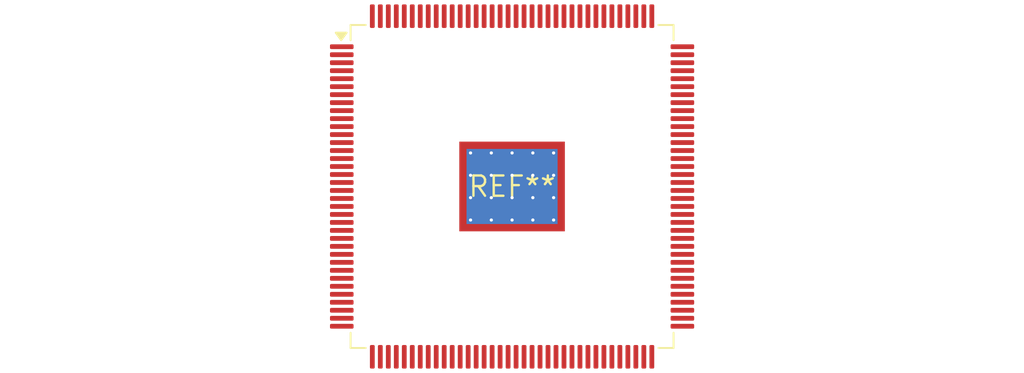
<source format=kicad_pcb>
(kicad_pcb (version 20240108) (generator pcbnew)
  (layers (0 "F.Cu" signal) (31 "B.Cu" signal) (34 "B.Paste" user) (35 "F.Paste" user) (36 "B.SilkS" user "B.Silkscreen") (37 "F.SilkS" user "F.Silkscreen") (38 "B.Mask" user) (39 "F.Mask" user) (44 "Edge.Cuts" user))
  (net 0 "")
  (footprint "EQFP-144-1EP_20x20mm_P0.5mm_EP6.61x5.615mm_ThermalVias" (layer "F.Cu") (at 0 0)
    (property "Reference" "REF**")
    (property "Value" "EQFP-144-1EP_20x20mm_P0.5mm_EP6.61x5.615mm_ThermalVias")
    (fp_line (start -10.11 -10.11) (end -10.11 -9.16) (layer "F.SilkS") (stroke (width 0.12)))
    (fp_line (start -10.11 10.11) (end -10.11 9.16) (layer "F.SilkS") (stroke (width 0.12)))
    (fp_line (start -9.16 -10.11) (end -10.11 -10.11) (layer "F.SilkS") (stroke (width 0.12)))
    (fp_line (start -9.16 10.11) (end -10.11 10.11) (layer "F.SilkS") (stroke (width 0.12)))
    (fp_line (start 9.16 -10.11) (end 10.11 -10.11) (layer "F.SilkS") (stroke (width 0.12)))
    (fp_line (start 9.16 10.11) (end 10.11 10.11) (layer "F.SilkS") (stroke (width 0.12)))
    (fp_line (start 10.11 -10.11) (end 10.11 -9.16) (layer "F.SilkS") (stroke (width 0.12)))
    (fp_line (start 10.11 10.11) (end 10.11 9.16) (layer "F.SilkS") (stroke (width 0.12)))
    (fp_poly (pts (xy -10.7 -9.16) (xy -11.04 -9.63) (xy -10.36 -9.63) (xy -10.7 -9.16)) (layer "F.SilkS") (stroke (width 0.12)) (fill solid))
    (pad "1" smd roundrect (at -10.6625 -8.75) (size 1.475 0.3) (layers "F.Cu" "F.Paste" "F.Mask"))
    (pad "2" smd roundrect (at -10.6625 -8.25) (size 1.475 0.3) (layers "F.Cu" "F.Paste" "F.Mask"))
    (pad "3" smd roundrect (at -10.6625 -7.75) (size 1.475 0.3) (layers "F.Cu" "F.Paste" "F.Mask"))
    (pad "4" smd roundrect (at -10.6625 -7.25) (size 1.475 0.3) (layers "F.Cu" "F.Paste" "F.Mask"))
    (pad "5" smd roundrect (at -10.6625 -6.75) (size 1.475 0.3) (layers "F.Cu" "F.Paste" "F.Mask"))
    (pad "6" smd roundrect (at -10.6625 -6.25) (size 1.475 0.3) (layers "F.Cu" "F.Paste" "F.Mask"))
    (pad "7" smd roundrect (at -10.6625 -5.75) (size 1.475 0.3) (layers "F.Cu" "F.Paste" "F.Mask"))
    (pad "8" smd roundrect (at -10.6625 -5.25) (size 1.475 0.3) (layers "F.Cu" "F.Paste" "F.Mask"))
    (pad "9" smd roundrect (at -10.6625 -4.75) (size 1.475 0.3) (layers "F.Cu" "F.Paste" "F.Mask"))
    (pad "10" smd roundrect (at -10.6625 -4.25) (size 1.475 0.3) (layers "F.Cu" "F.Paste" "F.Mask"))
    (pad "11" smd roundrect (at -10.6625 -3.75) (size 1.475 0.3) (layers "F.Cu" "F.Paste" "F.Mask"))
    (pad "12" smd roundrect (at -10.6625 -3.25) (size 1.475 0.3) (layers "F.Cu" "F.Paste" "F.Mask"))
    (pad "13" smd roundrect (at -10.6625 -2.75) (size 1.475 0.3) (layers "F.Cu" "F.Paste" "F.Mask"))
    (pad "14" smd roundrect (at -10.6625 -2.25) (size 1.475 0.3) (layers "F.Cu" "F.Paste" "F.Mask"))
    (pad "15" smd roundrect (at -10.6625 -1.75) (size 1.475 0.3) (layers "F.Cu" "F.Paste" "F.Mask"))
    (pad "16" smd roundrect (at -10.6625 -1.25) (size 1.475 0.3) (layers "F.Cu" "F.Paste" "F.Mask"))
    (pad "17" smd roundrect (at -10.6625 -0.75) (size 1.475 0.3) (layers "F.Cu" "F.Paste" "F.Mask"))
    (pad "18" smd roundrect (at -10.6625 -0.25) (size 1.475 0.3) (layers "F.Cu" "F.Paste" "F.Mask"))
    (pad "19" smd roundrect (at -10.6625 0.25) (size 1.475 0.3) (layers "F.Cu" "F.Paste" "F.Mask"))
    (pad "20" smd roundrect (at -10.6625 0.75) (size 1.475 0.3) (layers "F.Cu" "F.Paste" "F.Mask"))
    (pad "21" smd roundrect (at -10.6625 1.25) (size 1.475 0.3) (layers "F.Cu" "F.Paste" "F.Mask"))
    (pad "22" smd roundrect (at -10.6625 1.75) (size 1.475 0.3) (layers "F.Cu" "F.Paste" "F.Mask"))
    (pad "23" smd roundrect (at -10.6625 2.25) (size 1.475 0.3) (layers "F.Cu" "F.Paste" "F.Mask"))
    (pad "24" smd roundrect (at -10.6625 2.75) (size 1.475 0.3) (layers "F.Cu" "F.Paste" "F.Mask"))
    (pad "25" smd roundrect (at -10.6625 3.25) (size 1.475 0.3) (layers "F.Cu" "F.Paste" "F.Mask"))
    (pad "26" smd roundrect (at -10.6625 3.75) (size 1.475 0.3) (layers "F.Cu" "F.Paste" "F.Mask"))
    (pad "27" smd roundrect (at -10.6625 4.25) (size 1.475 0.3) (layers "F.Cu" "F.Paste" "F.Mask"))
    (pad "28" smd roundrect (at -10.6625 4.75) (size 1.475 0.3) (layers "F.Cu" "F.Paste" "F.Mask"))
    (pad "29" smd roundrect (at -10.6625 5.25) (size 1.475 0.3) (layers "F.Cu" "F.Paste" "F.Mask"))
    (pad "30" smd roundrect (at -10.6625 5.75) (size 1.475 0.3) (layers "F.Cu" "F.Paste" "F.Mask"))
    (pad "31" smd roundrect (at -10.6625 6.25) (size 1.475 0.3) (layers "F.Cu" "F.Paste" "F.Mask"))
    (pad "32" smd roundrect (at -10.6625 6.75) (size 1.475 0.3) (layers "F.Cu" "F.Paste" "F.Mask"))
    (pad "33" smd roundrect (at -10.6625 7.25) (size 1.475 0.3) (layers "F.Cu" "F.Paste" "F.Mask"))
    (pad "34" smd roundrect (at -10.6625 7.75) (size 1.475 0.3) (layers "F.Cu" "F.Paste" "F.Mask"))
    (pad "35" smd roundrect (at -10.6625 8.25) (size 1.475 0.3) (layers "F.Cu" "F.Paste" "F.Mask"))
    (pad "36" smd roundrect (at -10.6625 8.75) (size 1.475 0.3) (layers "F.Cu" "F.Paste" "F.Mask"))
    (pad "37" smd roundrect (at -8.75 10.6625) (size 0.3 1.475) (layers "F.Cu" "F.Paste" "F.Mask"))
    (pad "38" smd roundrect (at -8.25 10.6625) (size 0.3 1.475) (layers "F.Cu" "F.Paste" "F.Mask"))
    (pad "39" smd roundrect (at -7.75 10.6625) (size 0.3 1.475) (layers "F.Cu" "F.Paste" "F.Mask"))
    (pad "40" smd roundrect (at -7.25 10.6625) (size 0.3 1.475) (layers "F.Cu" "F.Paste" "F.Mask"))
    (pad "41" smd roundrect (at -6.75 10.6625) (size 0.3 1.475) (layers "F.Cu" "F.Paste" "F.Mask"))
    (pad "42" smd roundrect (at -6.25 10.6625) (size 0.3 1.475) (layers "F.Cu" "F.Paste" "F.Mask"))
    (pad "43" smd roundrect (at -5.75 10.6625) (size 0.3 1.475) (layers "F.Cu" "F.Paste" "F.Mask"))
    (pad "44" smd roundrect (at -5.25 10.6625) (size 0.3 1.475) (layers "F.Cu" "F.Paste" "F.Mask"))
    (pad "45" smd roundrect (at -4.75 10.6625) (size 0.3 1.475) (layers "F.Cu" "F.Paste" "F.Mask"))
    (pad "46" smd roundrect (at -4.25 10.6625) (size 0.3 1.475) (layers "F.Cu" "F.Paste" "F.Mask"))
    (pad "47" smd roundrect (at -3.75 10.6625) (size 0.3 1.475) (layers "F.Cu" "F.Paste" "F.Mask"))
    (pad "48" smd roundrect (at -3.25 10.6625) (size 0.3 1.475) (layers "F.Cu" "F.Paste" "F.Mask"))
    (pad "49" smd roundrect (at -2.75 10.6625) (size 0.3 1.475) (layers "F.Cu" "F.Paste" "F.Mask"))
    (pad "50" smd roundrect (at -2.25 10.6625) (size 0.3 1.475) (layers "F.Cu" "F.Paste" "F.Mask"))
    (pad "51" smd roundrect (at -1.75 10.6625) (size 0.3 1.475) (layers "F.Cu" "F.Paste" "F.Mask"))
    (pad "52" smd roundrect (at -1.25 10.6625) (size 0.3 1.475) (layers "F.Cu" "F.Paste" "F.Mask"))
    (pad "53" smd roundrect (at -0.75 10.6625) (size 0.3 1.475) (layers "F.Cu" "F.Paste" "F.Mask"))
    (pad "54" smd roundrect (at -0.25 10.6625) (size 0.3 1.475) (layers "F.Cu" "F.Paste" "F.Mask"))
    (pad "55" smd roundrect (at 0.25 10.6625) (size 0.3 1.475) (layers "F.Cu" "F.Paste" "F.Mask"))
    (pad "56" smd roundrect (at 0.75 10.6625) (size 0.3 1.475) (layers "F.Cu" "F.Paste" "F.Mask"))
    (pad "57" smd roundrect (at 1.25 10.6625) (size 0.3 1.475) (layers "F.Cu" "F.Paste" "F.Mask"))
    (pad "58" smd roundrect (at 1.75 10.6625) (size 0.3 1.475) (layers "F.Cu" "F.Paste" "F.Mask"))
    (pad "59" smd roundrect (at 2.25 10.6625) (size 0.3 1.475) (layers "F.Cu" "F.Paste" "F.Mask"))
    (pad "60" smd roundrect (at 2.75 10.6625) (size 0.3 1.475) (layers "F.Cu" "F.Paste" "F.Mask"))
    (pad "61" smd roundrect (at 3.25 10.6625) (size 0.3 1.475) (layers "F.Cu" "F.Paste" "F.Mask"))
    (pad "62" smd roundrect (at 3.75 10.6625) (size 0.3 1.475) (layers "F.Cu" "F.Paste" "F.Mask"))
    (pad "63" smd roundrect (at 4.25 10.6625) (size 0.3 1.475) (layers "F.Cu" "F.Paste" "F.Mask"))
    (pad "64" smd roundrect (at 4.75 10.6625) (size 0.3 1.475) (layers "F.Cu" "F.Paste" "F.Mask"))
    (pad "65" smd roundrect (at 5.25 10.6625) (size 0.3 1.475) (layers "F.Cu" "F.Paste" "F.Mask"))
    (pad "66" smd roundrect (at 5.75 10.6625) (size 0.3 1.475) (layers "F.Cu" "F.Paste" "F.Mask"))
    (pad "67" smd roundrect (at 6.25 10.6625) (size 0.3 1.475) (layers "F.Cu" "F.Paste" "F.Mask"))
    (pad "68" smd roundrect (at 6.75 10.6625) (size 0.3 1.475) (layers "F.Cu" "F.Paste" "F.Mask"))
    (pad "69" smd roundrect (at 7.25 10.6625) (size 0.3 1.475) (layers "F.Cu" "F.Paste" "F.Mask"))
    (pad "70" smd roundrect (at 7.75 10.6625) (size 0.3 1.475) (layers "F.Cu" "F.Paste" "F.Mask"))
    (pad "71" smd roundrect (at 8.25 10.6625) (size 0.3 1.475) (layers "F.Cu" "F.Paste" "F.Mask"))
    (pad "72" smd roundrect (at 8.75 10.6625) (size 0.3 1.475) (layers "F.Cu" "F.Paste" "F.Mask"))
    (pad "73" smd roundrect (at 10.6625 8.75) (size 1.475 0.3) (layers "F.Cu" "F.Paste" "F.Mask"))
    (pad "74" smd roundrect (at 10.6625 8.25) (size 1.475 0.3) (layers "F.Cu" "F.Paste" "F.Mask"))
    (pad "75" smd roundrect (at 10.6625 7.75) (size 1.475 0.3) (layers "F.Cu" "F.Paste" "F.Mask"))
    (pad "76" smd roundrect (at 10.6625 7.25) (size 1.475 0.3) (layers "F.Cu" "F.Paste" "F.Mask"))
    (pad "77" smd roundrect (at 10.6625 6.75) (size 1.475 0.3) (layers "F.Cu" "F.Paste" "F.Mask"))
    (pad "78" smd roundrect (at 10.6625 6.25) (size 1.475 0.3) (layers "F.Cu" "F.Paste" "F.Mask"))
    (pad "79" smd roundrect (at 10.6625 5.75) (size 1.475 0.3) (layers "F.Cu" "F.Paste" "F.Mask"))
    (pad "80" smd roundrect (at 10.6625 5.25) (size 1.475 0.3) (layers "F.Cu" "F.Paste" "F.Mask"))
    (pad "81" smd roundrect (at 10.6625 4.75) (size 1.475 0.3) (layers "F.Cu" "F.Paste" "F.Mask"))
    (pad "82" smd roundrect (at 10.6625 4.25) (size 1.475 0.3) (layers "F.Cu" "F.Paste" "F.Mask"))
    (pad "83" smd roundrect (at 10.6625 3.75) (size 1.475 0.3) (layers "F.Cu" "F.Paste" "F.Mask"))
    (pad "84" smd roundrect (at 10.6625 3.25) (size 1.475 0.3) (layers "F.Cu" "F.Paste" "F.Mask"))
    (pad "85" smd roundrect (at 10.6625 2.75) (size 1.475 0.3) (layers "F.Cu" "F.Paste" "F.Mask"))
    (pad "86" smd roundrect (at 10.6625 2.25) (size 1.475 0.3) (layers "F.Cu" "F.Paste" "F.Mask"))
    (pad "87" smd roundrect (at 10.6625 1.75) (size 1.475 0.3) (layers "F.Cu" "F.Paste" "F.Mask"))
    (pad "88" smd roundrect (at 10.6625 1.25) (size 1.475 0.3) (layers "F.Cu" "F.Paste" "F.Mask"))
    (pad "89" smd roundrect (at 10.6625 0.75) (size 1.475 0.3) (layers "F.Cu" "F.Paste" "F.Mask"))
    (pad "90" smd roundrect (at 10.6625 0.25) (size 1.475 0.3) (layers "F.Cu" "F.Paste" "F.Mask"))
    (pad "91" smd roundrect (at 10.6625 -0.25) (size 1.475 0.3) (layers "F.Cu" "F.Paste" "F.Mask"))
    (pad "92" smd roundrect (at 10.6625 -0.75) (size 1.475 0.3) (layers "F.Cu" "F.Paste" "F.Mask"))
    (pad "93" smd roundrect (at 10.6625 -1.25) (size 1.475 0.3) (layers "F.Cu" "F.Paste" "F.Mask"))
    (pad "94" smd roundrect (at 10.6625 -1.75) (size 1.475 0.3) (layers "F.Cu" "F.Paste" "F.Mask"))
    (pad "95" smd roundrect (at 10.6625 -2.25) (size 1.475 0.3) (layers "F.Cu" "F.Paste" "F.Mask"))
    (pad "96" smd roundrect (at 10.6625 -2.75) (size 1.475 0.3) (layers "F.Cu" "F.Paste" "F.Mask"))
    (pad "97" smd roundrect (at 10.6625 -3.25) (size 1.475 0.3) (layers "F.Cu" "F.Paste" "F.Mask"))
    (pad "98" smd roundrect (at 10.6625 -3.75) (size 1.475 0.3) (layers "F.Cu" "F.Paste" "F.Mask"))
    (pad "99" smd roundrect (at 10.6625 -4.25) (size 1.475 0.3) (layers "F.Cu" "F.Paste" "F.Mask"))
    (pad "100" smd roundrect (at 10.6625 -4.75) (size 1.475 0.3) (layers "F.Cu" "F.Paste" "F.Mask"))
    (pad "101" smd roundrect (at 10.6625 -5.25) (size 1.475 0.3) (layers "F.Cu" "F.Paste" "F.Mask"))
    (pad "102" smd roundrect (at 10.6625 -5.75) (size 1.475 0.3) (layers "F.Cu" "F.Paste" "F.Mask"))
    (pad "103" smd roundrect (at 10.6625 -6.25) (size 1.475 0.3) (layers "F.Cu" "F.Paste" "F.Mask"))
    (pad "104" smd roundrect (at 10.6625 -6.75) (size 1.475 0.3) (layers "F.Cu" "F.Paste" "F.Mask"))
    (pad "105" smd roundrect (at 10.6625 -7.25) (size 1.475 0.3) (layers "F.Cu" "F.Paste" "F.Mask"))
    (pad "106" smd roundrect (at 10.6625 -7.75) (size 1.475 0.3) (layers "F.Cu" "F.Paste" "F.Mask"))
    (pad "107" smd roundrect (at 10.6625 -8.25) (size 1.475 0.3) (layers "F.Cu" "F.Paste" "F.Mask"))
    (pad "108" smd roundrect (at 10.6625 -8.75) (size 1.475 0.3) (layers "F.Cu" "F.Paste" "F.Mask"))
    (pad "109" smd roundrect (at 8.75 -10.6625) (size 0.3 1.475) (layers "F.Cu" "F.Paste" "F.Mask"))
    (pad "110" smd roundrect (at 8.25 -10.6625) (size 0.3 1.475) (layers "F.Cu" "F.Paste" "F.Mask"))
    (pad "111" smd roundrect (at 7.75 -10.6625) (size 0.3 1.475) (layers "F.Cu" "F.Paste" "F.Mask"))
    (pad "112" smd roundrect (at 7.25 -10.6625) (size 0.3 1.475) (layers "F.Cu" "F.Paste" "F.Mask"))
    (pad "113" smd roundrect (at 6.75 -10.6625) (size 0.3 1.475) (layers "F.Cu" "F.Paste" "F.Mask"))
    (pad "114" smd roundrect (at 6.25 -10.6625) (size 0.3 1.475) (layers "F.Cu" "F.Paste" "F.Mask"))
    (pad "115" smd roundrect (at 5.75 -10.6625) (size 0.3 1.475) (layers "F.Cu" "F.Paste" "F.Mask"))
    (pad "116" smd roundrect (at 5.25 -10.6625) (size 0.3 1.475) (layers "F.Cu" "F.Paste" "F.Mask"))
    (pad "117" smd roundrect (at 4.75 -10.6625) (size 0.3 1.475) (layers "F.Cu" "F.Paste" "F.Mask"))
    (pad "118" smd roundrect (at 4.25 -10.6625) (size 0.3 1.475) (layers "F.Cu" "F.Paste" "F.Mask"))
    (pad "119" smd roundrect (at 3.75 -10.6625) (size 0.3 1.475) (layers "F.Cu" "F.Paste" "F.Mask"))
    (pad "120" smd roundrect (at 3.25 -10.6625) (size 0.3 1.475) (layers "F.Cu" "F.Paste" "F.Mask"))
    (pad "121" smd roundrect (at 2.75 -10.6625) (size 0.3 1.475) (layers "F.Cu" "F.Paste" "F.Mask"))
    (pad "122" smd roundrect (at 2.25 -10.6625) (size 0.3 1.475) (layers "F.Cu" "F.Paste" "F.Mask"))
    (pad "123" smd roundrect (at 1.75 -10.6625) (size 0.3 1.475) (layers "F.Cu" "F.Paste" "F.Mask"))
    (pad "124" smd roundrect (at 1.25 -10.6625) (size 0.3 1.475) (layers "F.Cu" "F.Paste" "F.Mask"))
    (pad "125" smd roundrect (at 0.75 -10.6625) (size 0.3 1.475) (layers "F.Cu" "F.Paste" "F.Mask"))
    (pad "126" smd roundrect (at 0.25 -10.6625) (size 0.3 1.475) (layers "F.Cu" "F.Paste" "F.Mask"))
    (pad "127" smd roundrect (at -0.25 -10.6625) (size 0.3 1.475) (layers "F.Cu" "F.Paste" "F.Mask"))
    (pad "128" smd roundrect (at -0.75 -10.6625) (size 0.3 1.475) (layers "F.Cu" "F.Paste" "F.Mask"))
    (pad "129" smd roundrect (at -1.25 -10.6625) (size 0.3 1.475) (layers "F.Cu" "F.Paste" "F.Mask"))
    (pad "130" smd roundrect (at -1.75 -10.6625) (size 0.3 1.475) (layers "F.Cu" "F.Paste" "F.Mask"))
    (pad "131" smd roundrect (at -2.25 -10.6625) (size 0.3 1.475) (layers "F.Cu" "F.Paste" "F.Mask"))
    (pad "132" smd roundrect (at -2.75 -10.6625) (size 0.3 1.475) (layers "F.Cu" "F.Paste" "F.Mask"))
    (pad "133" smd roundrect (at -3.25 -10.6625) (size 0.3 1.475) (layers "F.Cu" "F.Paste" "F.Mask"))
    (pad "134" smd roundrect (at -3.75 -10.6625) (size 0.3 1.475) (layers "F.Cu" "F.Paste" "F.Mask"))
    (pad "135" smd roundrect (at -4.25 -10.6625) (size 0.3 1.475) (layers "F.Cu" "F.Paste" "F.Mask"))
    (pad "136" smd roundrect (at -4.75 -10.6625) (size 0.3 1.475) (layers "F.Cu" "F.Paste" "F.Mask"))
    (pad "137" smd roundrect (at -5.25 -10.6625) (size 0.3 1.475) (layers "F.Cu" "F.Paste" "F.Mask"))
    (pad "138" smd roundrect (at -5.75 -10.6625) (size 0.3 1.475) (layers "F.Cu" "F.Paste" "F.Mask"))
    (pad "139" smd roundrect (at -6.25 -10.6625) (size 0.3 1.475) (layers "F.Cu" "F.Paste" "F.Mask"))
    (pad "140" smd roundrect (at -6.75 -10.6625) (size 0.3 1.475) (layers "F.Cu" "F.Paste" "F.Mask"))
    (pad "141" smd roundrect (at -7.25 -10.6625) (size 0.3 1.475) (layers "F.Cu" "F.Paste" "F.Mask"))
    (pad "142" smd roundrect (at -7.75 -10.6625) (size 0.3 1.475) (layers "F.Cu" "F.Paste" "F.Mask"))
    (pad "143" smd roundrect (at -8.25 -10.6625) (size 0.3 1.475) (layers "F.Cu" "F.Paste" "F.Mask"))
    (pad "144" smd roundrect (at -8.75 -10.6625) (size 0.3 1.475) (layers "F.Cu" "F.Paste" "F.Mask"))
    (pad "145" thru_hole circle (at -2.6 -2.1) (size 0.5 0.5) (drill 0.2) (property pad_prop_heatsink) (layers *.Cu) (remove_unused_layers))
    (pad "145" thru_hole circle (at -2.6 -0.7) (size 0.5 0.5) (drill 0.2) (property pad_prop_heatsink) (layers *.Cu) (remove_unused_layers))
    (pad "145" thru_hole circle (at -2.6 0.7) (size 0.5 0.5) (drill 0.2) (property pad_prop_heatsink) (layers *.Cu) (remove_unused_layers))
    (pad "145" thru_hole circle (at -2.6 2.1) (size 0.5 0.5) (drill 0.2) (property pad_prop_heatsink) (layers *.Cu) (remove_unused_layers))
    (pad "145" thru_hole circle (at -1.3 -2.1) (size 0.5 0.5) (drill 0.2) (property pad_prop_heatsink) (layers *.Cu) (remove_unused_layers))
    (pad "145" thru_hole circle (at -1.3 -0.7) (size 0.5 0.5) (drill 0.2) (property pad_prop_heatsink) (layers *.Cu) (remove_unused_layers))
    (pad "145" thru_hole circle (at -1.3 0.7) (size 0.5 0.5) (drill 0.2) (property pad_prop_heatsink) (layers *.Cu) (remove_unused_layers))
    (pad "145" thru_hole circle (at -1.3 2.1) (size 0.5 0.5) (drill 0.2) (property pad_prop_heatsink) (layers *.Cu) (remove_unused_layers))
    (pad "145" thru_hole circle (at 0 -2.1) (size 0.5 0.5) (drill 0.2) (property pad_prop_heatsink) (layers *.Cu) (remove_unused_layers))
    (pad "145" thru_hole circle (at 0 -0.7) (size 0.5 0.5) (drill 0.2) (property pad_prop_heatsink) (layers *.Cu) (remove_unused_layers))
    (pad "145" smd rect (at 0 0) (size 5.7 4.7) (property pad_prop_heatsink) (layers "B.Cu"))
    (pad "145" smd rect (at 0 0) (size 6.61 5.615) (property pad_prop_heatsink) (layers "F.Cu" "F.Mask"))
    (pad "145" thru_hole circle (at 0 0.7) (size 0.5 0.5) (drill 0.2) (property pad_prop_heatsink) (layers *.Cu) (remove_unused_layers))
    (pad "145" thru_hole circle (at 0 2.1) (size 0.5 0.5) (drill 0.2) (property pad_prop_heatsink) (layers *.Cu) (remove_unused_layers))
    (pad "145" thru_hole circle (at 1.3 -2.1) (size 0.5 0.5) (drill 0.2) (property pad_prop_heatsink) (layers *.Cu) (remove_unused_layers))
    (pad "145" thru_hole circle (at 1.3 -0.7) (size 0.5 0.5) (drill 0.2) (property pad_prop_heatsink) (layers *.Cu) (remove_unused_layers))
    (pad "145" thru_hole circle (at 1.3 0.7) (size 0.5 0.5) (drill 0.2) (property pad_prop_heatsink) (layers *.Cu) (remove_unused_layers))
    (pad "145" thru_hole circle (at 1.3 2.1) (size 0.5 0.5) (drill 0.2) (property pad_prop_heatsink) (layers *.Cu) (remove_unused_layers))
    (pad "145" thru_hole circle (at 2.6 -2.1) (size 0.5 0.5) (drill 0.2) (property pad_prop_heatsink) (layers *.Cu) (remove_unused_layers))
    (pad "145" thru_hole circle (at 2.6 -0.7) (size 0.5 0.5) (drill 0.2) (property pad_prop_heatsink) (layers *.Cu) (remove_unused_layers))
    (pad "145" thru_hole circle (at 2.6 0.7) (size 0.5 0.5) (drill 0.2) (property pad_prop_heatsink) (layers *.Cu) (remove_unused_layers))
    (pad "145" thru_hole circle (at 2.6 2.1) (size 0.5 0.5) (drill 0.2) (property pad_prop_heatsink) (layers *.Cu) (remove_unused_layers))
  )
)
</source>
